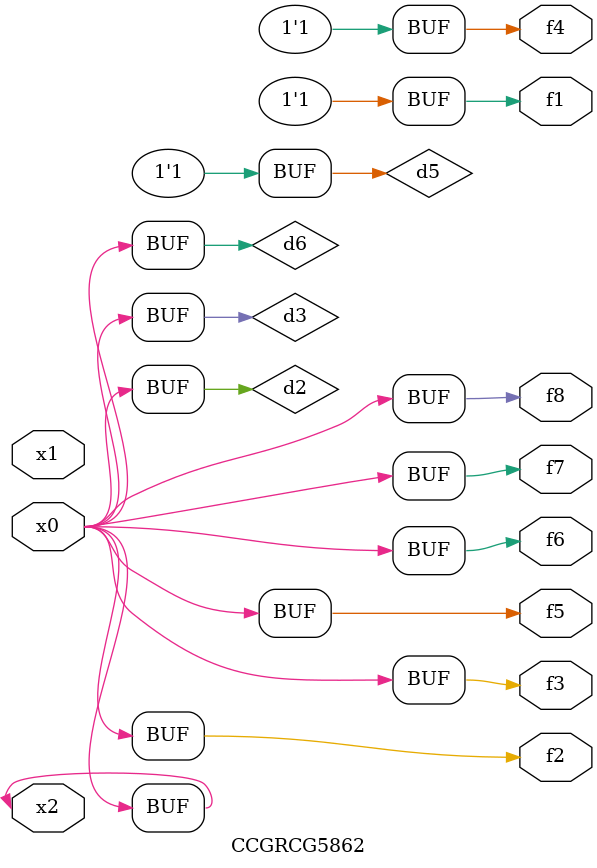
<source format=v>
module CCGRCG5862(
	input x0, x1, x2,
	output f1, f2, f3, f4, f5, f6, f7, f8
);

	wire d1, d2, d3, d4, d5, d6;

	xnor (d1, x2);
	buf (d2, x0, x2);
	and (d3, x0);
	xnor (d4, x1, x2);
	nand (d5, d1, d3);
	buf (d6, d2, d3);
	assign f1 = d5;
	assign f2 = d6;
	assign f3 = d6;
	assign f4 = d5;
	assign f5 = d6;
	assign f6 = d6;
	assign f7 = d6;
	assign f8 = d6;
endmodule

</source>
